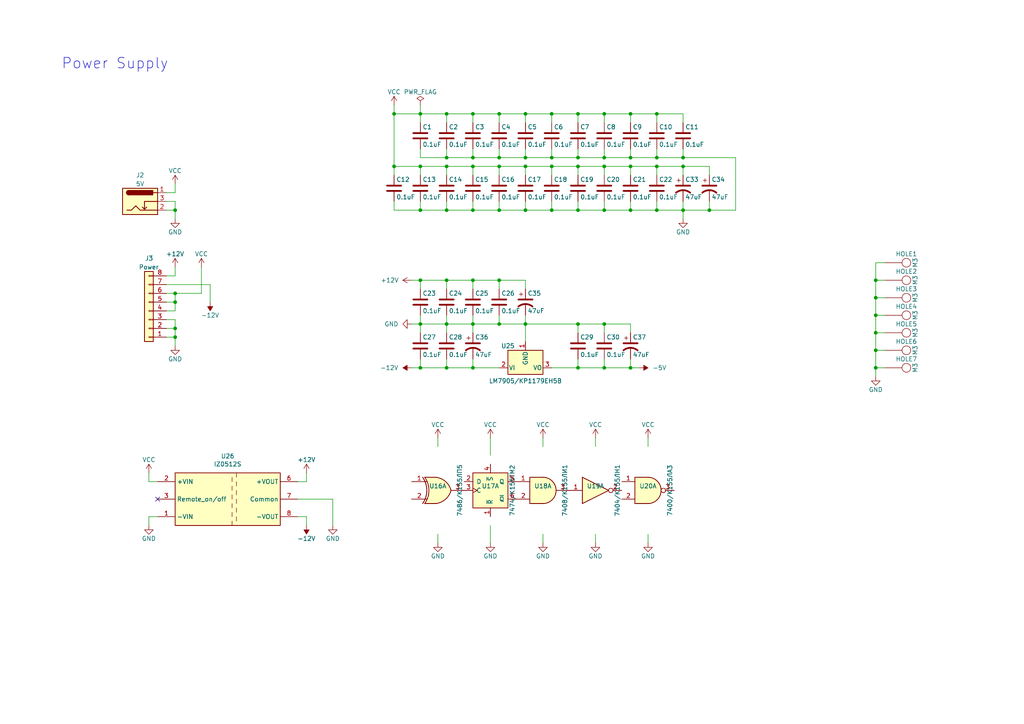
<source format=kicad_sch>
(kicad_sch (version 20211123) (generator eeschema)
  (paper "A4")
  (title_block (title "Radio-86RK") (date "2022-05-13") (rev "1.3") (company "Designed by Sergey Kiselev") (comment 1 "Based on the previous work by Alexey Khudyakov and Radio magazine publications") (comment 2 "Licensed under CERN-OHL-S: https://cern-ohl.web.cern.ch") (comment 3 "Documentation and design files: https://github.com/skiselev/radio-86rk") (comment 4 "Radio-86RK is an open source hardware project"))
  (lib_symbols
    (symbol "74xx:74LS00" (pin_names (offset 1.016))
      (property "Reference" "U" (at 0 1.27 0))
      (property "Value" "74LS00" (at 0 -1.27 0))
      (symbol "74LS00_1_1"
        (pin input line (at -7.62 2.54 0) (length 3.81) (name "~") (number "1"))
        (pin input line (at -7.62 -2.54 0) (length 3.81) (name "~") (number "2"))
        (pin output inverted (at 7.62 0 180) (length 3.81) (name "~") (number "3"))
      )
      (symbol "74LS00_1_2"
        (pin input inverted (at -7.62 2.54 0) (length 4.318) (name "~") (number "1"))
        (pin input inverted (at -7.62 -2.54 0) (length 4.318) (name "~") (number "2"))
        (pin output line (at 7.62 0 180) (length 3.81) (name "~") (number "3"))
      )
      (symbol "74LS00_2_1"
        (pin input line (at -7.62 2.54 0) (length 3.81) (name "~") (number "4"))
        (pin input line (at -7.62 -2.54 0) (length 3.81) (name "~") (number "5"))
        (pin output inverted (at 7.62 0 180) (length 3.81) (name "~") (number "6"))
      )
      (symbol "74LS00_2_2"
        (pin input inverted (at -7.62 2.54 0) (length 4.318) (name "~") (number "4"))
        (pin input inverted (at -7.62 -2.54 0) (length 4.318) (name "~") (number "5"))
        (pin output line (at 7.62 0 180) (length 3.81) (name "~") (number "6"))
      )
      (symbol "74LS00_3_1"
        (pin input line (at -7.62 -2.54 0) (length 3.81) (name "~") (number "10"))
        (pin output inverted (at 7.62 0 180) (length 3.81) (name "~") (number "8"))
        (pin input line (at -7.62 2.54 0) (length 3.81) (name "~") (number "9"))
      )
      (symbol "74LS00_3_2"
        (pin input inverted (at -7.62 -2.54 0) (length 4.318) (name "~") (number "10"))
        (pin output line (at 7.62 0 180) (length 3.81) (name "~") (number "8"))
        (pin input inverted (at -7.62 2.54 0) (length 4.318) (name "~") (number "9"))
      )
      (symbol "74LS00_4_1"
        (pin output inverted (at 7.62 0 180) (length 3.81) (name "~") (number "11"))
        (pin input line (at -7.62 2.54 0) (length 3.81) (name "~") (number "12"))
        (pin input line (at -7.62 -2.54 0) (length 3.81) (name "~") (number "13"))
      )
      (symbol "74LS00_4_2"
        (pin output line (at 7.62 0 180) (length 3.81) (name "~") (number "11"))
        (pin input inverted (at -7.62 2.54 0) (length 4.318) (name "~") (number "12"))
        (pin input inverted (at -7.62 -2.54 0) (length 4.318) (name "~") (number "13"))
      )
      (symbol "74LS00_5_0"
        (pin power_in line (at 0 12.7 270) (length 5.08) (name "VCC") (number "14"))
        (pin power_in line (at 0 -12.7 90) (length 5.08) (name "GND") (number "7"))
      )
    )
    (symbol "74xx:74LS04"
      (property "Reference" "U" (at 0 1.27 0))
      (property "Value" "74LS04" (at 0 -1.27 0))
      (symbol "74LS04_1_0"
        (pin input line (at -7.62 0 0) (length 3.81) (name "~") (number "1"))
        (pin output inverted (at 7.62 0 180) (length 3.81) (name "~") (number "2"))
      )
      (symbol "74LS04_2_0"
        (pin input line (at -7.62 0 0) (length 3.81) (name "~") (number "3"))
        (pin output inverted (at 7.62 0 180) (length 3.81) (name "~") (number "4"))
      )
      (symbol "74LS04_3_0"
        (pin input line (at -7.62 0 0) (length 3.81) (name "~") (number "5"))
        (pin output inverted (at 7.62 0 180) (length 3.81) (name "~") (number "6"))
      )
      (symbol "74LS04_4_0"
        (pin output inverted (at 7.62 0 180) (length 3.81) (name "~") (number "8"))
        (pin input line (at -7.62 0 0) (length 3.81) (name "~") (number "9"))
      )
      (symbol "74LS04_5_0"
        (pin output inverted (at 7.62 0 180) (length 3.81) (name "~") (number "10"))
        (pin input line (at -7.62 0 0) (length 3.81) (name "~") (number "11"))
      )
      (symbol "74LS04_6_0"
        (pin output inverted (at 7.62 0 180) (length 3.81) (name "~") (number "12"))
        (pin input line (at -7.62 0 0) (length 3.81) (name "~") (number "13"))
      )
      (symbol "74LS04_7_0"
        (pin power_in line (at 0 12.7 270) (length 5.08) (name "VCC") (number "14"))
        (pin power_in line (at 0 -12.7 90) (length 5.08) (name "GND") (number "7"))
      )
    )
    (symbol "74xx:74LS08" (pin_names (offset 1.016))
      (property "Reference" "U" (at 0 1.27 0))
      (property "Value" "74LS08" (at 0 -1.27 0))
      (symbol "74LS08_1_1"
        (pin input line (at -7.62 2.54 0) (length 3.81) (name "~") (number "1"))
        (pin input line (at -7.62 -2.54 0) (length 3.81) (name "~") (number "2"))
        (pin output line (at 7.62 0 180) (length 3.81) (name "~") (number "3"))
      )
      (symbol "74LS08_1_2"
        (pin input inverted (at -7.62 2.54 0) (length 4.318) (name "~") (number "1"))
        (pin input inverted (at -7.62 -2.54 0) (length 4.318) (name "~") (number "2"))
        (pin output inverted (at 7.62 0 180) (length 3.81) (name "~") (number "3"))
      )
      (symbol "74LS08_2_1"
        (pin input line (at -7.62 2.54 0) (length 3.81) (name "~") (number "4"))
        (pin input line (at -7.62 -2.54 0) (length 3.81) (name "~") (number "5"))
        (pin output line (at 7.62 0 180) (length 3.81) (name "~") (number "6"))
      )
      (symbol "74LS08_2_2"
        (pin input inverted (at -7.62 2.54 0) (length 4.318) (name "~") (number "4"))
        (pin input inverted (at -7.62 -2.54 0) (length 4.318) (name "~") (number "5"))
        (pin output inverted (at 7.62 0 180) (length 3.81) (name "~") (number "6"))
      )
      (symbol "74LS08_3_1"
        (pin input line (at -7.62 -2.54 0) (length 3.81) (name "~") (number "10"))
        (pin output line (at 7.62 0 180) (length 3.81) (name "~") (number "8"))
        (pin input line (at -7.62 2.54 0) (length 3.81) (name "~") (number "9"))
      )
      (symbol "74LS08_3_2"
        (pin input inverted (at -7.62 -2.54 0) (length 4.318) (name "~") (number "10"))
        (pin output inverted (at 7.62 0 180) (length 3.81) (name "~") (number "8"))
        (pin input inverted (at -7.62 2.54 0) (length 4.318) (name "~") (number "9"))
      )
      (symbol "74LS08_4_1"
        (pin output line (at 7.62 0 180) (length 3.81) (name "~") (number "11"))
        (pin input line (at -7.62 2.54 0) (length 3.81) (name "~") (number "12"))
        (pin input line (at -7.62 -2.54 0) (length 3.81) (name "~") (number "13"))
      )
      (symbol "74LS08_4_2"
        (pin output inverted (at 7.62 0 180) (length 3.81) (name "~") (number "11"))
        (pin input inverted (at -7.62 2.54 0) (length 4.318) (name "~") (number "12"))
        (pin input inverted (at -7.62 -2.54 0) (length 4.318) (name "~") (number "13"))
      )
      (symbol "74LS08_5_0"
        (pin power_in line (at 0 12.7 270) (length 5.08) (name "VCC") (number "14"))
        (pin power_in line (at 0 -12.7 90) (length 5.08) (name "GND") (number "7"))
      )
    )
    (symbol "74xx:74LS74" (pin_names (offset 1.016))
      (property "Reference" "U" (at -7.62 8.89 0))
      (property "Value" "74LS74" (at -7.62 -8.89 0))
      (symbol "74LS74_1_0"
        (pin input line (at 0 -7.62 90) (length 2.54) (name "~{R}") (number "1"))
        (pin input line (at -7.62 2.54 0) (length 2.54) (name "D") (number "2"))
        (pin input clock (at -7.62 0 0) (length 2.54) (name "C") (number "3"))
        (pin input line (at 0 7.62 270) (length 2.54) (name "~{S}") (number "4"))
        (pin output line (at 7.62 2.54 180) (length 2.54) (name "Q") (number "5"))
        (pin output line (at 7.62 -2.54 180) (length 2.54) (name "~{Q}") (number "6"))
      )
      (symbol "74LS74_2_0"
        (pin input line (at 0 7.62 270) (length 2.54) (name "~{S}") (number "10"))
        (pin input clock (at -7.62 0 0) (length 2.54) (name "C") (number "11"))
        (pin input line (at -7.62 2.54 0) (length 2.54) (name "D") (number "12"))
        (pin input line (at 0 -7.62 90) (length 2.54) (name "~{R}") (number "13"))
        (pin output line (at 7.62 -2.54 180) (length 2.54) (name "~{Q}") (number "8"))
        (pin output line (at 7.62 2.54 180) (length 2.54) (name "Q") (number "9"))
      )
      (symbol "74LS74_3_0"
        (pin power_in line (at 0 10.16 270) (length 2.54) (name "VCC") (number "14"))
        (pin power_in line (at 0 -10.16 90) (length 2.54) (name "GND") (number "7"))
      )
    )
    (symbol "74xx:74LS86" (pin_names (offset 1.016))
      (property "Reference" "U" (at 0 1.27 0))
      (property "Value" "74LS86" (at 0 -1.27 0))
      (symbol "74LS86_1_0"
        (pin input line (at -7.62 2.54 0) (length 4.445) (name "~") (number "1"))
        (pin input line (at -7.62 -2.54 0) (length 4.445) (name "~") (number "2"))
        (pin output line (at 7.62 0 180) (length 3.81) (name "~") (number "3"))
      )
      (symbol "74LS86_2_0"
        (pin input line (at -7.62 2.54 0) (length 4.445) (name "~") (number "4"))
        (pin input line (at -7.62 -2.54 0) (length 4.445) (name "~") (number "5"))
        (pin output line (at 7.62 0 180) (length 3.81) (name "~") (number "6"))
      )
      (symbol "74LS86_3_0"
        (pin input line (at -7.62 -2.54 0) (length 4.445) (name "~") (number "10"))
        (pin output line (at 7.62 0 180) (length 3.81) (name "~") (number "8"))
        (pin input line (at -7.62 2.54 0) (length 4.445) (name "~") (number "9"))
      )
      (symbol "74LS86_4_0"
        (pin output line (at 7.62 0 180) (length 3.81) (name "~") (number "11"))
        (pin input line (at -7.62 2.54 0) (length 4.445) (name "~") (number "12"))
        (pin input line (at -7.62 -2.54 0) (length 4.445) (name "~") (number "13"))
      )
      (symbol "74LS86_5_0"
        (pin power_in line (at 0 12.7 270) (length 5.08) (name "VCC") (number "14"))
        (pin power_in line (at 0 -12.7 90) (length 5.08) (name "GND") (number "7"))
      )
    )
    (symbol "Connector:Barrel_Jack_Switch" (pin_names hide)
      (property "Reference" "J" (at 0 5.334 0))
      (property "Value" "Barrel_Jack_Switch" (at 0 -5.08 0))
      (symbol "Barrel_Jack_Switch_1_1"
        (pin passive line (at 7.62 2.54 180) (length 2.54) (name "~") (number "1"))
        (pin passive line (at 7.62 -2.54 180) (length 2.54) (name "~") (number "2"))
        (pin passive line (at 7.62 0 180) (length 2.54) (name "~") (number "3"))
      )
    )
    (symbol "Connector_Generic:Conn_01x08" (pin_names (offset 1.016) hide)
      (property "Reference" "J" (at 0 10.16 0))
      (property "Value" "Conn_01x08" (at 0 -12.7 0))
      (symbol "Conn_01x08_1_1"
        (pin passive line (at -5.08 7.62 0) (length 3.81) (name "Pin_1") (number "1"))
        (pin passive line (at -5.08 5.08 0) (length 3.81) (name "Pin_2") (number "2"))
        (pin passive line (at -5.08 2.54 0) (length 3.81) (name "Pin_3") (number "3"))
        (pin passive line (at -5.08 0 0) (length 3.81) (name "Pin_4") (number "4"))
        (pin passive line (at -5.08 -2.54 0) (length 3.81) (name "Pin_5") (number "5"))
        (pin passive line (at -5.08 -5.08 0) (length 3.81) (name "Pin_6") (number "6"))
        (pin passive line (at -5.08 -7.62 0) (length 3.81) (name "Pin_7") (number "7"))
        (pin passive line (at -5.08 -10.16 0) (length 3.81) (name "Pin_8") (number "8"))
      )
    )
    (symbol "Device:C" (pin_numbers hide) (pin_names (offset 0.254))
      (property "Reference" "C" (at 0.635 2.54 0))
      (property "Value" "C" (at 0.635 -2.54 0))
      (symbol "C_1_1"
        (pin passive line (at 0 3.81 270) (length 2.794) (name "~") (number "1"))
        (pin passive line (at 0 -3.81 90) (length 2.794) (name "~") (number "2"))
      )
    )
    (symbol "Device:C_Polarized_US" (pin_numbers hide) (pin_names (offset 0.254) hide)
      (property "Reference" "C" (at 0.635 2.54 0))
      (property "Value" "C_Polarized_US" (at 0.635 -2.54 0))
      (symbol "C_Polarized_US_1_1"
        (pin passive line (at 0 3.81 270) (length 2.794) (name "~") (number "1"))
        (pin passive line (at 0 -3.81 90) (length 3.302) (name "~") (number "2"))
      )
    )
    (symbol "Regulator_Linear:LM7905_TO220" (pin_names (offset 0.254))
      (property "Reference" "U" (at -3.81 -3.175 0))
      (property "Value" "LM7905_TO220" (at 0 -3.175 0))
      (symbol "LM7905_TO220_1_1"
        (pin power_in line (at 0 7.62 270) (length 2.54) (name "GND") (number "1"))
        (pin power_in line (at -7.62 0 0) (length 2.54) (name "VI") (number "2"))
        (pin power_out line (at 7.62 0 180) (length 2.54) (name "VO") (number "3"))
      )
    )
    (symbol "my_components:HOLE" (pin_numbers hide) (pin_names (offset 1.016) hide)
      (property "Reference" "HOLE" (at 2.54 0 0))
      (symbol "HOLE_1_1"
        (pin input line (at -6.35 0 0) (length 5.08) (name "~") (number "1"))
      )
    )
    (symbol "my_components:IZ0512S"
      (property "Reference" "U" (at -11.43 8.89 0))
      (property "Value" "IZ0512S" (at 15.24 8.89 0))
      (symbol "IZ0512S_1_1"
        (pin power_in line (at -20.32 -5.08 0) (length 5.08) (name "-VIN") (number "1"))
        (pin power_in line (at -20.32 5.08 0) (length 5.08) (name "+VIN") (number "2"))
        (pin input line (at -20.32 0 0) (length 5.08) (name "Remote_on/off") (number "3"))
        (pin no_connect line (at 0 7.62 270) (length 0) hide (name "NC") (number "5"))
        (pin power_out line (at 20.32 5.08 180) (length 5.08) (name "+VOUT") (number "6"))
        (pin power_out line (at 20.32 0 180) (length 5.08) (name "Common") (number "7"))
        (pin power_out line (at 20.32 -5.08 180) (length 5.08) (name "-VOUT") (number "8"))
      )
    )
    (symbol "power:+12V" (power) (pin_names (offset 0))
      (property "Value" "+12V" (at 0 3.556 0))
      (symbol "+12V_1_1"
        (pin power_in line (at 0 0 90) (length 0) hide (name "+12V") (number "1"))
      )
    )
    (symbol "power:-12V" (power) (pin_names (offset 0))
      (property "Value" "-12V" (at 0 3.81 0))
      (symbol "-12V_0_0"
        (pin power_in line (at 0 0 90) (length 0) hide (name "-12V") (number "1"))
      )
    )
    (symbol "power:-5V" (power) (pin_names (offset 0))
      (property "Value" "-5V" (at 0 3.81 0))
      (symbol "-5V_0_0"
        (pin power_in line (at 0 0 90) (length 0) hide (name "-5V") (number "1"))
      )
    )
    (symbol "power:GND" (power) (pin_names (offset 0))
      (property "Value" "GND" (at 0 -3.81 0))
      (symbol "GND_1_1"
        (pin power_in line (at 0 0 270) (length 0) hide (name "GND") (number "1"))
      )
    )
    (symbol "power:PWR_FLAG" (power) (pin_numbers hide) (pin_names (offset 0) hide)
      (property "Value" "PWR_FLAG" (at 0 3.81 0))
      (symbol "PWR_FLAG_0_0"
        (pin power_out line (at 0 0 90) (length 0) (name "pwr") (number "1"))
      )
    )
    (symbol "power:VCC" (power) (pin_names (offset 0))
      (property "Value" "VCC" (at 0 3.81 0))
      (symbol "VCC_1_1"
        (pin power_in line (at 0 0 90) (length 0) hide (name "VCC") (number "1"))
      )
    )
  )
  (junction (at 167.64 48.26))
  (junction (at 182.88 60.96))
  (junction (at 144.78 81.28))
  (junction (at 137.16 93.98))
  (junction (at 175.26 33.02))
  (junction (at 50.8 97.79))
  (junction (at 167.64 106.68))
  (junction (at 121.92 48.26))
  (junction (at 198.12 60.96))
  (junction (at 50.8 60.96))
  (junction (at 121.92 81.28))
  (junction (at 50.8 95.25))
  (junction (at 50.8 87.63))
  (junction (at 205.74 60.96))
  (junction (at 152.4 60.96))
  (junction (at 175.26 106.68))
  (junction (at 167.64 93.98))
  (junction (at 182.88 33.02))
  (junction (at 121.92 93.98))
  (junction (at 137.16 48.26))
  (junction (at 167.64 60.96))
  (junction (at 254 91.44))
  (junction (at 175.26 93.98))
  (junction (at 144.78 33.02))
  (junction (at 137.16 45.72))
  (junction (at 121.92 33.02))
  (junction (at 144.78 45.72))
  (junction (at 152.4 45.72))
  (junction (at 114.3 48.26))
  (junction (at 137.16 33.02))
  (junction (at 50.8 85.09))
  (junction (at 152.4 48.26))
  (junction (at 190.5 45.72))
  (junction (at 160.02 60.96))
  (junction (at 167.64 45.72))
  (junction (at 190.5 48.26))
  (junction (at 160.02 45.72))
  (junction (at 198.12 48.26))
  (junction (at 114.3 33.02))
  (junction (at 254 86.36))
  (junction (at 160.02 33.02))
  (junction (at 182.88 48.26))
  (junction (at 190.5 60.96))
  (junction (at 190.5 33.02))
  (junction (at 129.54 60.96))
  (junction (at 129.54 48.26))
  (junction (at 167.64 33.02))
  (junction (at 144.78 60.96))
  (junction (at 160.02 48.26))
  (junction (at 175.26 48.26))
  (junction (at 121.92 106.68))
  (junction (at 121.92 60.96))
  (junction (at 144.78 48.26))
  (junction (at 129.54 33.02))
  (junction (at 152.4 93.98))
  (junction (at 175.26 45.72))
  (junction (at 254 81.28))
  (junction (at 198.12 45.72))
  (junction (at 254 106.68))
  (junction (at 129.54 45.72))
  (junction (at 129.54 81.28))
  (junction (at 129.54 93.98))
  (junction (at 137.16 81.28))
  (junction (at 182.88 45.72))
  (junction (at 129.54 106.68))
  (junction (at 254 96.52))
  (junction (at 175.26 60.96))
  (junction (at 137.16 106.68))
  (junction (at 152.4 33.02))
  (junction (at 137.16 60.96))
  (junction (at 254 101.6))
  (junction (at 182.88 106.68))
  (junction (at 144.78 93.98))
  (no_connect (at 45.72 144.78))
  (wire (pts (xy 175.26 45.72) (xy 182.88 45.72)))
  (wire (pts (xy 144.78 60.96) (xy 144.78 58.42)))
  (wire (pts (xy 198.12 60.96) (xy 205.74 60.96)))
  (wire (pts (xy 43.18 139.7) (xy 43.18 137.16)))
  (wire (pts (xy 167.64 33.02) (xy 167.64 35.56)))
  (wire (pts (xy 213.36 45.72) (xy 213.36 60.96)))
  (wire (pts (xy 121.92 83.82) (xy 121.92 81.28)))
  (wire (pts (xy 256.54 81.28) (xy 254 81.28)))
  (wire (pts (xy 144.78 45.72) (xy 152.4 45.72)))
  (wire (pts (xy 175.26 45.72) (xy 175.26 43.18)))
  (wire (pts (xy 190.5 60.96) (xy 198.12 60.96)))
  (wire (pts (xy 50.8 97.79) (xy 50.8 100.33)))
  (wire (pts (xy 182.88 106.68) (xy 182.88 104.14)))
  (wire (pts (xy 88.9 139.7) (xy 88.9 137.16)))
  (wire (pts (xy 152.4 99.06) (xy 152.4 93.98)))
  (wire (pts (xy 121.92 33.02) (xy 129.54 33.02)))
  (wire (pts (xy 114.3 30.48) (xy 114.3 33.02)))
  (wire (pts (xy 157.48 127) (xy 157.48 129.54)))
  (wire (pts (xy 129.54 45.72) (xy 137.16 45.72)))
  (wire (pts (xy 167.64 106.68) (xy 175.26 106.68)))
  (wire (pts (xy 172.72 127) (xy 172.72 129.54)))
  (wire (pts (xy 45.72 149.86) (xy 43.18 149.86)))
  (wire (pts (xy 129.54 48.26) (xy 137.16 48.26)))
  (wire (pts (xy 144.78 60.96) (xy 152.4 60.96)))
  (wire (pts (xy 86.36 149.86) (xy 88.9 149.86)))
  (wire (pts (xy 160.02 45.72) (xy 160.02 43.18)))
  (wire (pts (xy 48.26 90.17) (xy 50.8 90.17)))
  (wire (pts (xy 60.96 82.55) (xy 60.96 87.63)))
  (wire (pts (xy 167.64 104.14) (xy 167.64 106.68)))
  (wire (pts (xy 190.5 33.02) (xy 190.5 35.56)))
  (wire (pts (xy 144.78 48.26) (xy 144.78 50.8)))
  (wire (pts (xy 254 101.6) (xy 254 106.68)))
  (wire (pts (xy 121.92 96.52) (xy 121.92 93.98)))
  (wire (pts (xy 167.64 48.26) (xy 175.26 48.26)))
  (wire (pts (xy 86.36 144.78) (xy 96.52 144.78)))
  (wire (pts (xy 190.5 33.02) (xy 198.12 33.02)))
  (wire (pts (xy 254 106.68) (xy 256.54 106.68)))
  (wire (pts (xy 167.64 60.96) (xy 167.64 58.42)))
  (wire (pts (xy 144.78 81.28) (xy 144.78 83.82)))
  (wire (pts (xy 121.92 106.68) (xy 129.54 106.68)))
  (wire (pts (xy 86.36 139.7) (xy 88.9 139.7)))
  (wire (pts (xy 254 76.2) (xy 254 81.28)))
  (wire (pts (xy 121.92 104.14) (xy 121.92 106.68)))
  (wire (pts (xy 137.16 48.26) (xy 137.16 50.8)))
  (wire (pts (xy 114.3 33.02) (xy 114.3 48.26)))
  (wire (pts (xy 167.64 45.72) (xy 167.64 43.18)))
  (wire (pts (xy 121.92 58.42) (xy 121.92 60.96)))
  (wire (pts (xy 160.02 48.26) (xy 160.02 50.8)))
  (wire (pts (xy 172.72 154.94) (xy 172.72 157.48)))
  (wire (pts (xy 129.54 33.02) (xy 129.54 35.56)))
  (wire (pts (xy 144.78 48.26) (xy 152.4 48.26)))
  (wire (pts (xy 137.16 33.02) (xy 137.16 35.56)))
  (wire (pts (xy 127 127) (xy 127 129.54)))
  (wire (pts (xy 254 91.44) (xy 256.54 91.44)))
  (wire (pts (xy 254 101.6) (xy 256.54 101.6)))
  (wire (pts (xy 167.64 106.68) (xy 160.02 106.68)))
  (wire (pts (xy 129.54 83.82) (xy 129.54 81.28)))
  (wire (pts (xy 152.4 45.72) (xy 152.4 43.18)))
  (wire (pts (xy 129.54 58.42) (xy 129.54 60.96)))
  (wire (pts (xy 175.26 106.68) (xy 182.88 106.68)))
  (wire (pts (xy 198.12 60.96) (xy 198.12 63.5)))
  (wire (pts (xy 50.8 90.17) (xy 50.8 87.63)))
  (wire (pts (xy 48.26 58.42) (xy 50.8 58.42)))
  (wire (pts (xy 152.4 93.98) (xy 167.64 93.98)))
  (wire (pts (xy 48.26 92.71) (xy 50.8 92.71)))
  (wire (pts (xy 254 76.2) (xy 256.54 76.2)))
  (wire (pts (xy 254 86.36) (xy 256.54 86.36)))
  (wire (pts (xy 50.8 60.96) (xy 50.8 63.5)))
  (wire (pts (xy 254 91.44) (xy 254 96.52)))
  (wire (pts (xy 254 81.28) (xy 254 86.36)))
  (wire (pts (xy 50.8 58.42) (xy 50.8 60.96)))
  (wire (pts (xy 144.78 33.02) (xy 144.78 35.56)))
  (wire (pts (xy 48.26 55.88) (xy 50.8 55.88)))
  (wire (pts (xy 160.02 33.02) (xy 160.02 35.56)))
  (wire (pts (xy 157.48 154.94) (xy 157.48 157.48)))
  (wire (pts (xy 129.54 33.02) (xy 137.16 33.02)))
  (wire (pts (xy 142.24 152.4) (xy 142.24 157.48)))
  (wire (pts (xy 48.26 97.79) (xy 50.8 97.79)))
  (wire (pts (xy 160.02 33.02) (xy 167.64 33.02)))
  (wire (pts (xy 187.96 127) (xy 187.96 129.54)))
  (wire (pts (xy 129.54 106.68) (xy 137.16 106.68)))
  (wire (pts (xy 121.92 93.98) (xy 129.54 93.98)))
  (wire (pts (xy 121.92 81.28) (xy 119.38 81.28)))
  (wire (pts (xy 50.8 92.71) (xy 50.8 95.25)))
  (wire (pts (xy 50.8 87.63) (xy 50.8 85.09)))
  (wire (pts (xy 182.88 60.96) (xy 182.88 58.42)))
  (wire (pts (xy 175.26 33.02) (xy 182.88 33.02)))
  (wire (pts (xy 43.18 149.86) (xy 43.18 152.4)))
  (wire (pts (xy 167.64 60.96) (xy 175.26 60.96)))
  (wire (pts (xy 182.88 60.96) (xy 190.5 60.96)))
  (wire (pts (xy 254 86.36) (xy 254 91.44)))
  (wire (pts (xy 182.88 93.98) (xy 182.88 96.52)))
  (wire (pts (xy 121.92 48.26) (xy 121.92 50.8)))
  (wire (pts (xy 254 106.68) (xy 254 109.22)))
  (wire (pts (xy 182.88 48.26) (xy 190.5 48.26)))
  (wire (pts (xy 129.54 91.44) (xy 129.54 93.98)))
  (wire (pts (xy 129.54 48.26) (xy 129.54 50.8)))
  (wire (pts (xy 190.5 45.72) (xy 198.12 45.72)))
  (wire (pts (xy 137.16 104.14) (xy 137.16 106.68)))
  (wire (pts (xy 152.4 48.26) (xy 160.02 48.26)))
  (wire (pts (xy 127 154.94) (xy 127 157.48)))
  (wire (pts (xy 129.54 60.96) (xy 137.16 60.96)))
  (wire (pts (xy 152.4 48.26) (xy 152.4 50.8)))
  (wire (pts (xy 190.5 45.72) (xy 190.5 43.18)))
  (wire (pts (xy 175.26 93.98) (xy 175.26 96.52)))
  (wire (pts (xy 190.5 50.8) (xy 190.5 48.26)))
  (wire (pts (xy 45.72 139.7) (xy 43.18 139.7)))
  (wire (pts (xy 121.92 48.26) (xy 129.54 48.26)))
  (wire (pts (xy 129.54 43.18) (xy 129.54 45.72)))
  (wire (pts (xy 205.74 58.42) (xy 205.74 60.96)))
  (wire (pts (xy 175.26 104.14) (xy 175.26 106.68)))
  (wire (pts (xy 48.26 60.96) (xy 50.8 60.96)))
  (wire (pts (xy 144.78 81.28) (xy 152.4 81.28)))
  (wire (pts (xy 175.26 93.98) (xy 182.88 93.98)))
  (wire (pts (xy 121.92 45.72) (xy 129.54 45.72)))
  (wire (pts (xy 152.4 60.96) (xy 152.4 58.42)))
  (wire (pts (xy 144.78 33.02) (xy 152.4 33.02)))
  (wire (pts (xy 152.4 60.96) (xy 160.02 60.96)))
  (wire (pts (xy 50.8 85.09) (xy 58.42 85.09)))
  (wire (pts (xy 121.92 60.96) (xy 129.54 60.96)))
  (wire (pts (xy 256.54 96.52) (xy 254 96.52)))
  (wire (pts (xy 175.26 60.96) (xy 175.26 58.42)))
  (wire (pts (xy 167.64 33.02) (xy 175.26 33.02)))
  (wire (pts (xy 121.92 106.68) (xy 119.38 106.68)))
  (wire (pts (xy 190.5 48.26) (xy 198.12 48.26)))
  (wire (pts (xy 182.88 33.02) (xy 182.88 35.56)))
  (wire (pts (xy 205.74 50.8) (xy 205.74 48.26)))
  (wire (pts (xy 175.26 48.26) (xy 182.88 48.26)))
  (wire (pts (xy 137.16 60.96) (xy 144.78 60.96)))
  (wire (pts (xy 144.78 93.98) (xy 152.4 93.98)))
  (wire (pts (xy 114.3 33.02) (xy 121.92 33.02)))
  (wire (pts (xy 205.74 60.96) (xy 213.36 60.96)))
  (wire (pts (xy 167.64 93.98) (xy 167.64 96.52)))
  (wire (pts (xy 137.16 33.02) (xy 144.78 33.02)))
  (wire (pts (xy 152.4 45.72) (xy 160.02 45.72)))
  (wire (pts (xy 137.16 48.26) (xy 144.78 48.26)))
  (wire (pts (xy 48.26 87.63) (xy 50.8 87.63)))
  (wire (pts (xy 88.9 149.86) (xy 88.9 152.4)))
  (wire (pts (xy 152.4 33.02) (xy 152.4 35.56)))
  (wire (pts (xy 121.92 33.02) (xy 121.92 35.56)))
  (wire (pts (xy 121.92 91.44) (xy 121.92 93.98)))
  (wire (pts (xy 152.4 33.02) (xy 160.02 33.02)))
  (wire (pts (xy 160.02 48.26) (xy 167.64 48.26)))
  (wire (pts (xy 48.26 95.25) (xy 50.8 95.25)))
  (wire (pts (xy 114.3 48.26) (xy 121.92 48.26)))
  (wire (pts (xy 175.26 33.02) (xy 175.26 35.56)))
  (wire (pts (xy 137.16 45.72) (xy 144.78 45.72)))
  (wire (pts (xy 175.26 48.26) (xy 175.26 50.8)))
  (wire (pts (xy 198.12 50.8) (xy 198.12 48.26)))
  (wire (pts (xy 121.92 43.18) (xy 121.92 45.72)))
  (wire (pts (xy 254 96.52) (xy 254 101.6)))
  (wire (pts (xy 160.02 60.96) (xy 167.64 60.96)))
  (wire (pts (xy 152.4 83.82) (xy 152.4 81.28)))
  (wire (pts (xy 152.4 91.44) (xy 152.4 93.98)))
  (wire (pts (xy 129.54 96.52) (xy 129.54 93.98)))
  (wire (pts (xy 119.38 93.98) (xy 121.92 93.98)))
  (wire (pts (xy 137.16 45.72) (xy 137.16 43.18)))
  (wire (pts (xy 144.78 91.44) (xy 144.78 93.98)))
  (wire (pts (xy 137.16 96.52) (xy 137.16 93.98)))
  (wire (pts (xy 121.92 81.28) (xy 129.54 81.28)))
  (wire (pts (xy 48.26 80.01) (xy 50.8 80.01)))
  (wire (pts (xy 114.3 60.96) (xy 114.3 58.42)))
  (wire (pts (xy 48.26 85.09) (xy 50.8 85.09)))
  (wire (pts (xy 160.02 45.72) (xy 167.64 45.72)))
  (wire (pts (xy 137.16 60.96) (xy 137.16 58.42)))
  (wire (pts (xy 50.8 80.01) (xy 50.8 77.47)))
  (wire (pts (xy 198.12 33.02) (xy 198.12 35.56)))
  (wire (pts (xy 182.88 106.68) (xy 185.42 106.68)))
  (wire (pts (xy 187.96 154.94) (xy 187.96 157.48)))
  (wire (pts (xy 137.16 93.98) (xy 144.78 93.98)))
  (wire (pts (xy 198.12 58.42) (xy 198.12 60.96)))
  (wire (pts (xy 167.64 93.98) (xy 175.26 93.98)))
  (wire (pts (xy 137.16 106.68) (xy 144.78 106.68)))
  (wire (pts (xy 182.88 45.72) (xy 182.88 43.18)))
  (wire (pts (xy 198.12 48.26) (xy 205.74 48.26)))
  (wire (pts (xy 182.88 48.26) (xy 182.88 50.8)))
  (wire (pts (xy 129.54 81.28) (xy 137.16 81.28)))
  (wire (pts (xy 198.12 45.72) (xy 213.36 45.72)))
  (wire (pts (xy 96.52 144.78) (xy 96.52 152.4)))
  (wire (pts (xy 114.3 48.26) (xy 114.3 50.8)))
  (wire (pts (xy 198.12 43.18) (xy 198.12 45.72)))
  (wire (pts (xy 129.54 93.98) (xy 137.16 93.98)))
  (wire (pts (xy 137.16 91.44) (xy 137.16 93.98)))
  (wire (pts (xy 121.92 60.96) (xy 114.3 60.96)))
  (wire (pts (xy 182.88 33.02) (xy 190.5 33.02)))
  (wire (pts (xy 48.26 82.55) (xy 60.96 82.55)))
  (wire (pts (xy 160.02 60.96) (xy 160.02 58.42)))
  (wire (pts (xy 167.64 48.26) (xy 167.64 50.8)))
  (wire (pts (xy 144.78 45.72) (xy 144.78 43.18)))
  (wire (pts (xy 58.42 85.09) (xy 58.42 77.47)))
  (wire (pts (xy 190.5 60.96) (xy 190.5 58.42)))
  (wire (pts (xy 50.8 55.88) (xy 50.8 53.34)))
  (wire (pts (xy 121.92 33.02) (xy 121.92 30.48)))
  (wire (pts (xy 182.88 45.72) (xy 190.5 45.72)))
  (wire (pts (xy 137.16 83.82) (xy 137.16 81.28)))
  (wire (pts (xy 142.24 127) (xy 142.24 132.08)))
  (wire (pts (xy 129.54 104.14) (xy 129.54 106.68)))
  (wire (pts (xy 167.64 45.72) (xy 175.26 45.72)))
  (wire (pts (xy 50.8 95.25) (xy 50.8 97.79)))
  (wire (pts (xy 137.16 81.28) (xy 144.78 81.28)))
  (wire (pts (xy 175.26 60.96) (xy 182.88 60.96)))
  (text "Power Supply" (at 17.78 20.32 0) (effects (font (size 3.048 3.048)) (justify left bottom)))
  (symbol (lib_id "Connector_Generic:Conn_01x08") (at 43.18 90.17 180) (unit 1)
    (property "Reference" "J3" (at 44.45 74.93 0) (effects (justify left)))
    (property "Value" "Power" (at 43.18 77.47 0))
    (property "Footprint" "My_Components:Conn_Friction_Lock_8P_2.54mm" (effects hide))
  )
  (symbol (lib_id "Connector:Barrel_Jack_Switch") (at 40.64 58.42 0) (unit 1)
    (property "Reference" "J2" (at 40.64 50.8 0))
    (property "Value" "5V" (at 40.64 53.34 0))
    (property "Footprint" "My_Components:Conn_Power_Jack_Circular_Pads" (effects hide))
  )
  (symbol (lib_id "power:VCC") (at 50.8 53.34 0) (unit 1)
    (property "Reference" "#PWR0102" (effects hide))
    (property "Value" "VCC" (at 50.8 49.53 0))
  )
  (symbol (lib_id "power:GND") (at 50.8 63.5 0) (unit 1)
    (property "Reference" "#PWR0118" (effects hide))
    (property "Value" "GND" (at 50.8 67.31 0))
  )
  (symbol (lib_id "power:+12V") (at 50.8 77.47 0) (unit 1)
    (property "Reference" "#PWR0122" (effects hide))
    (property "Value" "+12V" (at 50.8 73.66 0))
  )
  (symbol (lib_id "power:-12V") (at 60.96 87.63 180) (unit 1)
    (property "Reference" "#PWR0163" (effects hide))
    (property "Value" "-12V" (at 60.96 91.44 0))
  )
  (symbol (lib_id "power:VCC") (at 58.42 77.47 0) (unit 1)
    (property "Reference" "#PWR0191" (effects hide))
    (property "Value" "VCC" (at 58.42 73.66 0))
  )
  (symbol (lib_id "power:GND") (at 50.8 100.33 0) (unit 1)
    (property "Reference" "#PWR0192" (effects hide))
    (property "Value" "GND" (at 50.8 104.14 0))
  )
  (symbol (lib_id "my_components:IZ0512S") (at 66.04 144.78 0) (unit 1)
    (property "Reference" "U26" (at 66.04 132.3086 0))
    (property "Value" "IZ0512S" (at 66.04 134.62 0))
    (property "Footprint" "My_Components:DC-DC_SIP8" (effects hide))
    (property "Datasheet" "https://www.xppower.com/portals/0/pdfs/SF_IZ.pdf" (effects hide))
  )
  (symbol (lib_id "power:-12V") (at 88.9 152.4 180) (unit 1)
    (property "Reference" "#PWR0193" (effects hide))
    (property "Value" "-12V" (at 88.9 156.21 0))
  )
  (symbol (lib_id "power:+12V") (at 88.9 137.16 0) (unit 1)
    (property "Reference" "#PWR0194" (effects hide))
    (property "Value" "+12V" (at 88.9 133.35 0))
  )
  (symbol (lib_id "power:VCC") (at 43.18 137.16 0) (unit 1)
    (property "Reference" "#PWR0195" (effects hide))
    (property "Value" "VCC" (at 43.18 133.35 0))
  )
  (symbol (lib_id "power:GND") (at 43.18 152.4 0) (unit 1)
    (property "Reference" "#PWR0196" (effects hide))
    (property "Value" "GND" (at 43.18 156.21 0))
  )
  (symbol (lib_id "power:GND") (at 96.52 152.4 0) (unit 1)
    (property "Reference" "#PWR0197" (effects hide))
    (property "Value" "GND" (at 96.52 156.21 0))
  )
  (symbol (lib_id "Device:C_Polarized_US") (at 205.74 54.61 0) (unit 1)
    (property "Reference" "C34" (at 206.375 52.07 0) (effects (justify left)))
    (property "Value" "47uF" (at 206.375 57.15 0) (effects (justify left)))
    (property "Footprint" "My_Components:Cap_Elec_Radial_6.3mm" (effects hide))
  )
  (symbol (lib_id "Device:C") (at 121.92 39.37 0) (unit 1)
    (property "Reference" "C1" (at 122.555 36.83 0) (effects (justify left)))
    (property "Value" "0.1uF" (at 122.555 41.91 0) (effects (justify left)))
    (property "Footprint" "My_Components:Cap_Cer_508" (effects hide))
  )
  (symbol (lib_id "Device:C") (at 129.54 39.37 0) (unit 1)
    (property "Reference" "C2" (at 130.175 36.83 0) (effects (justify left)))
    (property "Value" "0.1uF" (at 130.175 41.91 0) (effects (justify left)))
    (property "Footprint" "My_Components:Cap_Cer_508" (effects hide))
  )
  (symbol (lib_id "Device:C") (at 137.16 39.37 0) (unit 1)
    (property "Reference" "C3" (at 137.795 36.83 0) (effects (justify left)))
    (property "Value" "0.1uF" (at 137.795 41.91 0) (effects (justify left)))
    (property "Footprint" "My_Components:Cap_Cer_508" (effects hide))
  )
  (symbol (lib_id "Device:C") (at 144.78 39.37 0) (unit 1)
    (property "Reference" "C4" (at 145.415 36.83 0) (effects (justify left)))
    (property "Value" "0.1uF" (at 145.415 41.91 0) (effects (justify left)))
    (property "Footprint" "My_Components:Cap_Cer_508" (effects hide))
  )
  (symbol (lib_id "Device:C") (at 152.4 39.37 0) (unit 1)
    (property "Reference" "C5" (at 153.035 36.83 0) (effects (justify left)))
    (property "Value" "0.1uF" (at 153.035 41.91 0) (effects (justify left)))
    (property "Footprint" "My_Components:Cap_Cer_508" (effects hide))
  )
  (symbol (lib_id "Device:C") (at 160.02 39.37 0) (unit 1)
    (property "Reference" "C6" (at 160.655 36.83 0) (effects (justify left)))
    (property "Value" "0.1uF" (at 160.655 41.91 0) (effects (justify left)))
    (property "Footprint" "My_Components:Cap_Cer_508" (effects hide))
  )
  (symbol (lib_id "Device:C") (at 167.64 39.37 0) (unit 1)
    (property "Reference" "C7" (at 168.275 36.83 0) (effects (justify left)))
    (property "Value" "0.1uF" (at 168.275 41.91 0) (effects (justify left)))
    (property "Footprint" "My_Components:Cap_Cer_508" (effects hide))
  )
  (symbol (lib_id "Device:C") (at 175.26 39.37 0) (unit 1)
    (property "Reference" "C8" (at 175.895 36.83 0) (effects (justify left)))
    (property "Value" "0.1uF" (at 175.895 41.91 0) (effects (justify left)))
    (property "Footprint" "My_Components:Cap_Cer_508" (effects hide))
  )
  (symbol (lib_id "Device:C") (at 182.88 39.37 0) (unit 1)
    (property "Reference" "C9" (at 183.515 36.83 0) (effects (justify left)))
    (property "Value" "0.1uF" (at 183.515 41.91 0) (effects (justify left)))
    (property "Footprint" "My_Components:Cap_Cer_508" (effects hide))
  )
  (symbol (lib_id "Device:C") (at 198.12 39.37 0) (unit 1)
    (property "Reference" "C11" (at 198.755 36.83 0) (effects (justify left)))
    (property "Value" "0.1uF" (at 198.755 41.91 0) (effects (justify left)))
    (property "Footprint" "My_Components:Cap_Cer_508" (effects hide))
  )
  (symbol (lib_id "Device:C") (at 114.3 54.61 0) (unit 1)
    (property "Reference" "C12" (at 114.935 52.07 0) (effects (justify left)))
    (property "Value" "0.1uF" (at 114.935 57.15 0) (effects (justify left)))
    (property "Footprint" "My_Components:Cap_Cer_508" (effects hide))
  )
  (symbol (lib_id "Device:C") (at 121.92 54.61 0) (unit 1)
    (property "Reference" "C13" (at 122.555 52.07 0) (effects (justify left)))
    (property "Value" "0.1uF" (at 122.555 57.15 0) (effects (justify left)))
    (property "Footprint" "My_Components:Cap_Cer_508" (effects hide))
  )
  (symbol (lib_id "Device:C") (at 129.54 54.61 0) (unit 1)
    (property "Reference" "C14" (at 130.175 52.07 0) (effects (justify left)))
    (property "Value" "0.1uF" (at 130.175 57.15 0) (effects (justify left)))
    (property "Footprint" "My_Components:Cap_Cer_508" (effects hide))
  )
  (symbol (lib_id "Device:C") (at 137.16 54.61 0) (unit 1)
    (property "Reference" "C15" (at 137.795 52.07 0) (effects (justify left)))
    (property "Value" "0.1uF" (at 137.795 57.15 0) (effects (justify left)))
    (property "Footprint" "My_Components:Cap_Cer_508" (effects hide))
  )
  (symbol (lib_id "Device:C") (at 144.78 54.61 0) (unit 1)
    (property "Reference" "C16" (at 145.415 52.07 0) (effects (justify left)))
    (property "Value" "0.1uF" (at 145.415 57.15 0) (effects (justify left)))
    (property "Footprint" "My_Components:Cap_Cer_508" (effects hide))
  )
  (symbol (lib_id "Device:C") (at 152.4 54.61 0) (unit 1)
    (property "Reference" "C17" (at 153.035 52.07 0) (effects (justify left)))
    (property "Value" "0.1uF" (at 153.035 57.15 0) (effects (justify left)))
    (property "Footprint" "My_Components:Cap_Cer_508" (effects hide))
  )
  (symbol (lib_id "Device:C") (at 160.02 54.61 0) (unit 1)
    (property "Reference" "C18" (at 160.655 52.07 0) (effects (justify left)))
    (property "Value" "0.1uF" (at 160.655 57.15 0) (effects (justify left)))
    (property "Footprint" "My_Components:Cap_Cer_508" (effects hide))
  )
  (symbol (lib_id "Device:C") (at 167.64 54.61 0) (unit 1)
    (property "Reference" "C19" (at 168.275 52.07 0) (effects (justify left)))
    (property "Value" "0.1uF" (at 168.275 57.15 0) (effects (justify left)))
    (property "Footprint" "My_Components:Cap_Cer_508" (effects hide))
  )
  (symbol (lib_id "Device:C") (at 190.5 39.37 0) (unit 1)
    (property "Reference" "C10" (at 191.135 36.83 0) (effects (justify left)))
    (property "Value" "0.1uF" (at 191.135 41.91 0) (effects (justify left)))
    (property "Footprint" "My_Components:Cap_Cer_508" (effects hide))
  )
  (symbol (lib_id "Device:C_Polarized_US") (at 198.12 54.61 0) (unit 1)
    (property "Reference" "C33" (at 198.755 52.07 0) (effects (justify left)))
    (property "Value" "47uF" (at 198.755 57.15 0) (effects (justify left)))
    (property "Footprint" "My_Components:Cap_Elec_Radial_6.3mm" (effects hide))
  )
  (symbol (lib_id "Device:C") (at 121.92 87.63 0) (unit 1)
    (property "Reference" "C23" (at 122.555 85.09 0) (effects (justify left)))
    (property "Value" "0.1uF" (at 122.555 90.17 0) (effects (justify left)))
    (property "Footprint" "My_Components:Cap_Cer_508" (effects hide))
  )
  (symbol (lib_id "Device:C") (at 167.64 100.33 0) (unit 1)
    (property "Reference" "C29" (at 168.275 97.79 0) (effects (justify left)))
    (property "Value" "0.1uF" (at 168.275 102.87 0) (effects (justify left)))
    (property "Footprint" "My_Components:Cap_Cer_508" (effects hide))
  )
  (symbol (lib_id "Device:C") (at 175.26 100.33 0) (unit 1)
    (property "Reference" "C30" (at 175.895 97.79 0) (effects (justify left)))
    (property "Value" "0.1uF" (at 175.895 102.87 0) (effects (justify left)))
    (property "Footprint" "My_Components:Cap_Cer_508" (effects hide))
  )
  (symbol (lib_id "Device:C_Polarized_US") (at 152.4 87.63 0) (unit 1)
    (property "Reference" "C35" (at 153.035 85.09 0) (effects (justify left)))
    (property "Value" "47uF" (at 153.035 90.17 0) (effects (justify left)))
    (property "Footprint" "My_Components:Cap_Elec_Radial_6.3mm" (effects hide))
  )
  (symbol (lib_id "Device:C_Polarized_US") (at 182.88 100.33 0) (unit 1)
    (property "Reference" "C37" (at 183.515 97.79 0) (effects (justify left)))
    (property "Value" "47uF" (at 183.515 102.87 0) (effects (justify left)))
    (property "Footprint" "My_Components:Cap_Elec_Radial_6.3mm" (effects hide))
  )
  (symbol (lib_id "power:VCC") (at 114.3 30.48 0) (unit 1)
    (property "Reference" "#PWR0112" (effects hide))
    (property "Value" "VCC" (at 114.3 26.67 0))
  )
  (symbol (lib_id "my_components:HOLE") (at 262.89 76.2 0) (unit 1)
    (property "Reference" "HOLE1" (at 262.89 73.66 0))
    (property "Value" "M3" (at 265.43 76.2 90))
    (property "Footprint" "My_Components:Hole_3mm" (effects hide))
  )
  (symbol (lib_id "my_components:HOLE") (at 262.89 81.28 0) (unit 1)
    (property "Reference" "HOLE2" (at 262.89 78.74 0))
    (property "Value" "M3" (at 265.43 81.28 90))
    (property "Footprint" "My_Components:Hole_3mm" (effects hide))
  )
  (symbol (lib_id "my_components:HOLE") (at 262.89 86.36 0) (unit 1)
    (property "Reference" "HOLE3" (at 262.89 83.82 0))
    (property "Value" "M3" (at 265.43 86.36 90))
    (property "Footprint" "My_Components:Hole_3mm" (effects hide))
  )
  (symbol (lib_id "my_components:HOLE") (at 262.89 91.44 0) (unit 1)
    (property "Reference" "HOLE4" (at 262.89 88.9 0))
    (property "Value" "M3" (at 265.43 91.44 90))
    (property "Footprint" "My_Components:Hole_3mm" (effects hide))
  )
  (symbol (lib_id "power:GND") (at 254 109.22 0) (unit 1)
    (property "Reference" "#PWR0114" (effects hide))
    (property "Value" "GND" (at 254 113.03 0))
  )
  (symbol (lib_id "Regulator_Linear:LM7905_TO220") (at 152.4 106.68 0) (unit 1)
    (property "Reference" "U25" (at 147.32 100.33 0))
    (property "Value" "LM7905/КР1179ЕН5В" (at 152.4 110.49 0))
    (property "Footprint" "My_Components:IC_TO220-3_Vert" (effects hide))
    (property "Datasheet" "http://www.fairchildsemi.com/ds/LM/LM7905.pdf" (effects hide))
  )
  (symbol (lib_id "Device:C") (at 121.92 100.33 0) (unit 1)
    (property "Reference" "C27" (at 122.555 97.79 0) (effects (justify left)))
    (property "Value" "0.1uF" (at 122.555 102.87 0) (effects (justify left)))
    (property "Footprint" "My_Components:Cap_Cer_508" (effects hide))
  )
  (symbol (lib_id "Device:C_Polarized_US") (at 137.16 100.33 0) (unit 1)
    (property "Reference" "C36" (at 137.795 97.79 0) (effects (justify left)))
    (property "Value" "47uF" (at 137.795 102.87 0) (effects (justify left)))
    (property "Footprint" "My_Components:Cap_Elec_Radial_6.3mm" (effects hide))
  )
  (symbol (lib_id "power:PWR_FLAG") (at 121.92 30.48 0) (unit 1)
    (property "Reference" "#FLG0104" (effects hide))
    (property "Value" "PWR_FLAG" (at 121.92 26.67 0))
  )
  (symbol (lib_id "Device:C") (at 129.54 87.63 0) (unit 1)
    (property "Reference" "C24" (at 130.175 85.09 0) (effects (justify left)))
    (property "Value" "0.1uF" (at 130.175 90.17 0) (effects (justify left)))
    (property "Footprint" "My_Components:Cap_Cer_508" (effects hide))
  )
  (symbol (lib_id "Device:C") (at 137.16 87.63 0) (unit 1)
    (property "Reference" "C25" (at 137.795 85.09 0) (effects (justify left)))
    (property "Value" "0.1uF" (at 137.795 90.17 0) (effects (justify left)))
    (property "Footprint" "My_Components:Cap_Cer_508" (effects hide))
  )
  (symbol (lib_id "power:+12V") (at 119.38 81.28 90) (unit 1)
    (property "Reference" "#PWR0116" (effects hide))
    (property "Value" "+12V" (at 113.03 81.28 90))
  )
  (symbol (lib_id "power:-12V") (at 119.38 106.68 90) (unit 1)
    (property "Reference" "#PWR0119" (effects hide))
    (property "Value" "-12V" (at 115.57 106.68 90) (effects (justify left)))
  )
  (symbol (lib_id "power:GND") (at 119.38 93.98 270) (unit 1)
    (property "Reference" "#PWR0123" (effects hide))
    (property "Value" "GND" (at 115.57 93.98 90) (effects (justify right)))
  )
  (symbol (lib_id "Device:C") (at 190.5 54.61 0) (unit 1)
    (property "Reference" "C22" (at 191.135 52.07 0) (effects (justify left)))
    (property "Value" "0.1uF" (at 191.135 57.15 0) (effects (justify left)))
    (property "Footprint" "My_Components:Cap_Cer_508" (effects hide))
  )
  (symbol (lib_id "Device:C") (at 175.26 54.61 0) (unit 1)
    (property "Reference" "C20" (at 175.895 52.07 0) (effects (justify left)))
    (property "Value" "0.1uF" (at 175.895 57.15 0) (effects (justify left)))
    (property "Footprint" "My_Components:Cap_Cer_508" (effects hide))
  )
  (symbol (lib_id "power:GND") (at 198.12 63.5 0) (unit 1)
    (property "Reference" "#PWR0124" (effects hide))
    (property "Value" "GND" (at 198.12 67.31 0))
  )
  (symbol (lib_id "Device:C") (at 182.88 54.61 0) (unit 1)
    (property "Reference" "C21" (at 183.515 52.07 0) (effects (justify left)))
    (property "Value" "0.1uF" (at 183.515 57.15 0) (effects (justify left)))
    (property "Footprint" "My_Components:Cap_Cer_508" (effects hide))
  )
  (symbol (lib_id "Device:C") (at 129.54 100.33 0) (unit 1)
    (property "Reference" "C28" (at 130.175 97.79 0) (effects (justify left)))
    (property "Value" "0.1uF" (at 130.175 102.87 0) (effects (justify left)))
    (property "Footprint" "My_Components:Cap_Cer_508" (effects hide))
  )
  (symbol (lib_id "power:-5V") (at 185.42 106.68 270) (unit 1)
    (property "Reference" "#PWR0125" (effects hide))
    (property "Value" "-5V" (at 189.23 106.68 90) (effects (justify left)))
  )
  (symbol (lib_id "74xx:74LS04") (at 172.72 142.24 0) (unit 1)
    (property "Reference" "U19" (at 172.72 140.97 0))
    (property "Value" "7404/К155ЛН1" (at 179.07 142.24 90))
    (property "Footprint" "My_Components:IC_DIP14_300" (effects hide))
    (property "Datasheet" "http://www.ti.com/lit/gpn/sn74LS04" (effects hide))
  )
  (symbol (lib_id "74xx:74LS00") (at 187.96 142.24 0) (unit 1)
    (property "Reference" "U20" (at 187.96 140.97 0))
    (property "Value" "7400/К155ЛА3" (at 194.31 142.24 90))
    (property "Footprint" "My_Components:IC_DIP14_300" (effects hide))
    (property "Datasheet" "http://www.ti.com/lit/gpn/sn74ls00" (effects hide))
  )
  (symbol (lib_id "74xx:74LS08") (at 157.48 142.24 0) (unit 1)
    (property "Reference" "U18" (at 157.48 140.97 0))
    (property "Value" "7408/К155ЛИ1" (at 163.83 142.24 90))
    (property "Footprint" "My_Components:IC_DIP14_300" (effects hide))
    (property "Datasheet" "http://www.ti.com/lit/gpn/sn74LS08" (effects hide))
  )
  (symbol (lib_id "power:VCC") (at 127 127 0) (unit 1)
    (property "Reference" "#PWR0127" (effects hide))
    (property "Value" "VCC" (at 127 123.19 0))
  )
  (symbol (lib_id "power:GND") (at 127 157.48 0) (unit 1)
    (property "Reference" "#PWR0154" (effects hide))
    (property "Value" "GND" (at 127 161.29 0))
  )
  (symbol (lib_id "74xx:74LS86") (at 127 142.24 0) (unit 1)
    (property "Reference" "U16" (at 127 140.97 0))
    (property "Value" "7486/К155ЛП5" (at 133.35 142.24 90))
    (property "Footprint" "My_Components:IC_DIP14_300" (effects hide))
    (property "Datasheet" "74xx/74ls86.pdf" (effects hide))
  )
  (symbol (lib_id "power:VCC") (at 157.48 127 0) (unit 1)
    (property "Reference" "#PWR0155" (effects hide))
    (property "Value" "VCC" (at 157.48 123.19 0))
  )
  (symbol (lib_id "power:VCC") (at 172.72 127 0) (unit 1)
    (property "Reference" "#PWR0156" (effects hide))
    (property "Value" "VCC" (at 172.72 123.19 0))
  )
  (symbol (lib_id "power:VCC") (at 187.96 127 0) (unit 1)
    (property "Reference" "#PWR0157" (effects hide))
    (property "Value" "VCC" (at 187.96 123.19 0))
  )
  (symbol (lib_id "power:GND") (at 157.48 157.48 0) (unit 1)
    (property "Reference" "#PWR0158" (effects hide))
    (property "Value" "GND" (at 157.48 161.29 0))
  )
  (symbol (lib_id "power:GND") (at 172.72 157.48 0) (unit 1)
    (property "Reference" "#PWR0159" (effects hide))
    (property "Value" "GND" (at 172.72 161.29 0))
  )
  (symbol (lib_id "power:GND") (at 187.96 157.48 0) (unit 1)
    (property "Reference" "#PWR0160" (effects hide))
    (property "Value" "GND" (at 187.96 161.29 0))
  )
  (symbol (lib_id "74xx:74LS74") (at 142.24 142.24 0) (unit 1)
    (property "Reference" "U17" (at 142.24 140.97 0))
    (property "Value" "7474/К155ТМ2" (at 148.59 142.24 90))
    (property "Footprint" "My_Components:IC_DIP14_300" (effects hide))
    (property "Datasheet" "74xx/74hc_hct74.pdf" (effects hide))
  )
  (symbol (lib_id "power:GND") (at 142.24 157.48 0) (unit 1)
    (property "Reference" "#PWR0161" (effects hide))
    (property "Value" "GND" (at 142.24 161.29 0))
  )
  (symbol (lib_id "power:VCC") (at 142.24 127 0) (unit 1)
    (property "Reference" "#PWR0162" (effects hide))
    (property "Value" "VCC" (at 142.24 123.19 0))
  )
  (symbol (lib_id "Device:C") (at 144.78 87.63 0) (unit 1)
    (property "Reference" "C26" (at 145.415 85.09 0) (effects (justify left)))
    (property "Value" "0.1uF" (at 145.415 90.17 0) (effects (justify left)))
    (property "Footprint" "My_Components:Cap_Cer_508" (effects hide))
  )
  (symbol (lib_id "my_components:HOLE") (at 262.89 96.52 0) (unit 1)
    (property "Reference" "HOLE5" (at 262.89 93.98 0))
    (property "Value" "M3" (at 265.43 96.52 90))
    (property "Footprint" "My_Components:Hole_3mm" (effects hide))
  )
  (symbol (lib_id "my_components:HOLE") (at 262.89 101.6 0) (unit 1)
    (property "Reference" "HOLE6" (at 262.89 99.06 0))
    (property "Value" "M3" (at 265.43 101.6 90))
    (property "Footprint" "My_Components:Hole_3mm" (effects hide))
  )
  (symbol (lib_id "my_components:HOLE") (at 262.89 106.68 0) (unit 1)
    (property "Reference" "HOLE7" (at 262.89 104.14 0))
    (property "Value" "M3" (at 265.43 106.68 90))
    (property "Footprint" "My_Components:Hole_3mm" (effects hide))
  )
)
</source>
